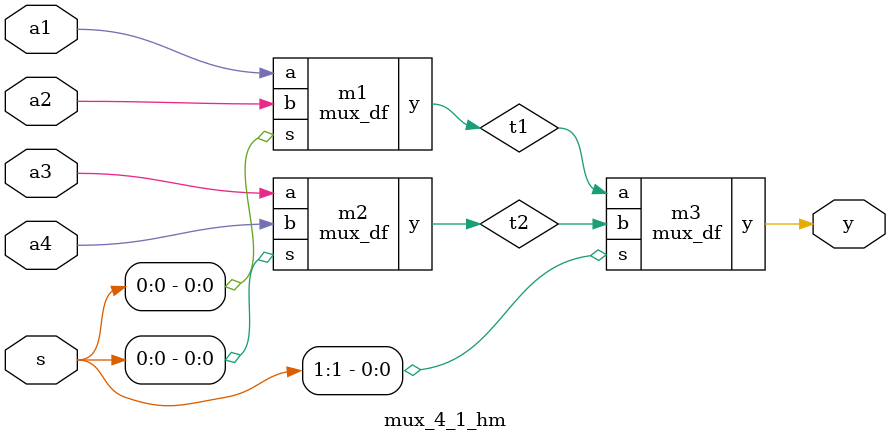
<source format=v>
module mux_df(a, b, s, y);
	input a,b,s;
	output y;
	wire sbar;
	assign y = ( a & sbar )|( b & s );
	assign sbar = ~s;
endmodule

module mux_4_1_hm(a1, a2, a3, a4, s, y);
	input a1, a2, a3, a4;
	input [1:0] s;
	output y;
	
	wire t1, t2;
	
	mux_df m1(a1, a2, s[0], t1);
	mux_df m2(a3, a4, s[0], t2);
	mux_df m3(t1, t2, s[1], y);
	
endmodule

</source>
